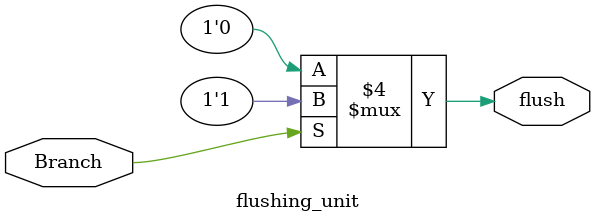
<source format=v>
`timescale 1ns / 1ps
module flushing_unit(
    input Branch,
    output reg flush
    );
    initial
        begin
          flush = 1'b0;
        end
  
    always @(*)
        begin
          if (Branch)
            flush = 1'b1;
          else
            flush = 1'b0;
        end
endmodule

</source>
